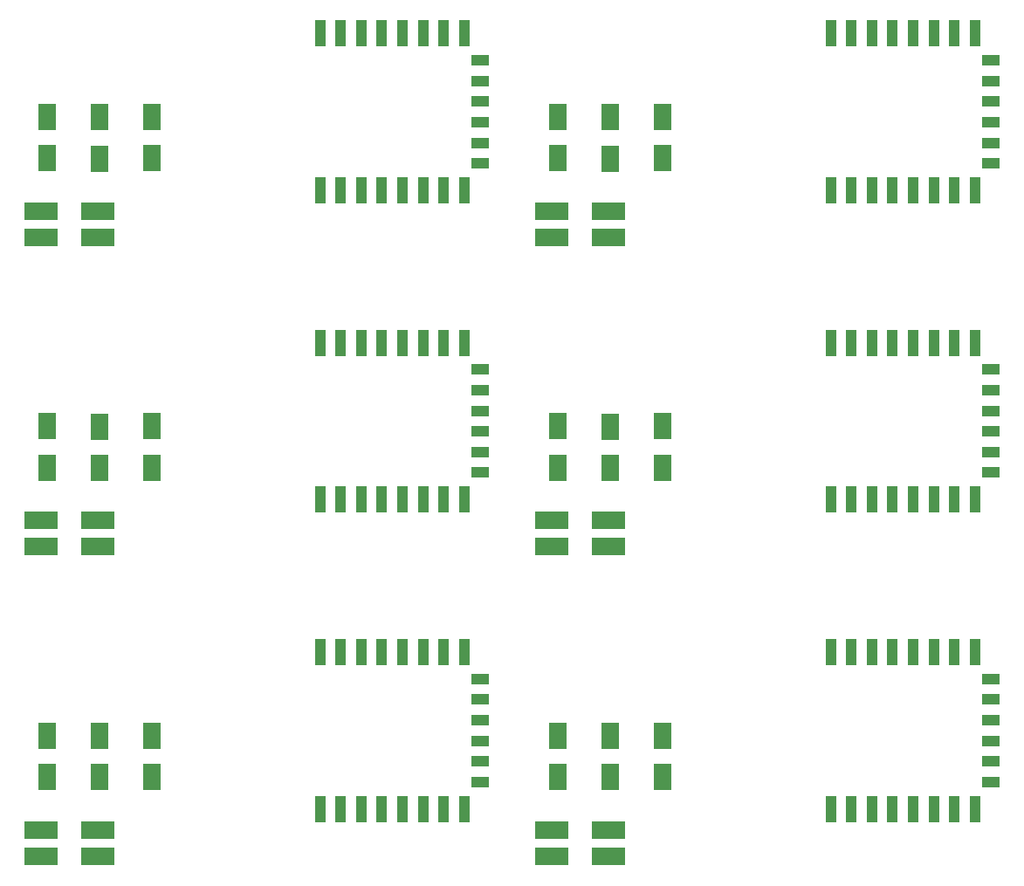
<source format=gbr>
%TF.GenerationSoftware,KiCad,Pcbnew,5.1.6-c6e7f7d~87~ubuntu18.04.1*%
%TF.CreationDate,2020-09-18T10:49:30+02:00*%
%TF.ProjectId,panel,70616e65-6c2e-46b6-9963-61645f706362,rev?*%
%TF.SameCoordinates,Original*%
%TF.FileFunction,Paste,Top*%
%TF.FilePolarity,Positive*%
%FSLAX46Y46*%
G04 Gerber Fmt 4.6, Leading zero omitted, Abs format (unit mm)*
G04 Created by KiCad (PCBNEW 5.1.6-c6e7f7d~87~ubuntu18.04.1) date 2020-09-18 10:49:30*
%MOMM*%
%LPD*%
G01*
G04 APERTURE LIST*
%ADD10R,3.300000X1.700000*%
%ADD11R,1.800000X2.500000*%
%ADD12R,1.000000X2.500000*%
%ADD13R,1.800000X1.000000*%
G04 APERTURE END LIST*
D10*
%TO.C,D3*%
X104825006Y-135400011D03*
X110325006Y-135400011D03*
%TD*%
%TO.C,D1*%
X110325006Y-132860011D03*
X104825006Y-132860011D03*
%TD*%
D11*
%TO.C,D5*%
X115532006Y-127716011D03*
X115532006Y-123716011D03*
%TD*%
%TO.C,D4*%
X110452006Y-127748011D03*
X110452006Y-123748011D03*
%TD*%
%TO.C,D2*%
X105372006Y-123716011D03*
X105372006Y-127716011D03*
%TD*%
D12*
%TO.C,U4*%
X131844006Y-130808011D03*
X133844006Y-130808011D03*
X135844006Y-130808011D03*
X137844006Y-130808011D03*
X139844006Y-130808011D03*
X141844006Y-130808011D03*
X143844006Y-130808011D03*
X145844006Y-130808011D03*
D13*
X147344006Y-128208011D03*
X147344006Y-126208011D03*
X147344006Y-124208011D03*
X147344006Y-122208011D03*
X147344006Y-120208011D03*
X147344006Y-118208011D03*
D12*
X145844006Y-115608011D03*
X143844006Y-115608011D03*
X141844006Y-115608011D03*
X139844006Y-115608011D03*
X137844006Y-115608011D03*
X135844006Y-115608011D03*
X133844006Y-115608011D03*
X131844006Y-115608011D03*
%TD*%
D10*
%TO.C,D3*%
X55295001Y-135400011D03*
X60795001Y-135400011D03*
%TD*%
%TO.C,D1*%
X60795001Y-132860011D03*
X55295001Y-132860011D03*
%TD*%
D11*
%TO.C,D5*%
X66002001Y-127716011D03*
X66002001Y-123716011D03*
%TD*%
%TO.C,D4*%
X60922001Y-127748011D03*
X60922001Y-123748011D03*
%TD*%
%TO.C,D2*%
X55842001Y-123716011D03*
X55842001Y-127716011D03*
%TD*%
D12*
%TO.C,U4*%
X82314001Y-130808011D03*
X84314001Y-130808011D03*
X86314001Y-130808011D03*
X88314001Y-130808011D03*
X90314001Y-130808011D03*
X92314001Y-130808011D03*
X94314001Y-130808011D03*
X96314001Y-130808011D03*
D13*
X97814001Y-128208011D03*
X97814001Y-126208011D03*
X97814001Y-124208011D03*
X97814001Y-122208011D03*
X97814001Y-120208011D03*
X97814001Y-118208011D03*
D12*
X96314001Y-115608011D03*
X94314001Y-115608011D03*
X92314001Y-115608011D03*
X90314001Y-115608011D03*
X88314001Y-115608011D03*
X86314001Y-115608011D03*
X84314001Y-115608011D03*
X82314001Y-115608011D03*
%TD*%
D10*
%TO.C,D3*%
X104825006Y-105400006D03*
X110325006Y-105400006D03*
%TD*%
%TO.C,D1*%
X110325006Y-102860006D03*
X104825006Y-102860006D03*
%TD*%
D11*
%TO.C,D5*%
X115532006Y-97716006D03*
X115532006Y-93716006D03*
%TD*%
%TO.C,D4*%
X110452006Y-97748006D03*
X110452006Y-93748006D03*
%TD*%
%TO.C,D2*%
X105372006Y-93716006D03*
X105372006Y-97716006D03*
%TD*%
D12*
%TO.C,U4*%
X131844006Y-100808006D03*
X133844006Y-100808006D03*
X135844006Y-100808006D03*
X137844006Y-100808006D03*
X139844006Y-100808006D03*
X141844006Y-100808006D03*
X143844006Y-100808006D03*
X145844006Y-100808006D03*
D13*
X147344006Y-98208006D03*
X147344006Y-96208006D03*
X147344006Y-94208006D03*
X147344006Y-92208006D03*
X147344006Y-90208006D03*
X147344006Y-88208006D03*
D12*
X145844006Y-85608006D03*
X143844006Y-85608006D03*
X141844006Y-85608006D03*
X139844006Y-85608006D03*
X137844006Y-85608006D03*
X135844006Y-85608006D03*
X133844006Y-85608006D03*
X131844006Y-85608006D03*
%TD*%
D10*
%TO.C,D3*%
X55295001Y-105400006D03*
X60795001Y-105400006D03*
%TD*%
%TO.C,D1*%
X60795001Y-102860006D03*
X55295001Y-102860006D03*
%TD*%
D11*
%TO.C,D5*%
X66002001Y-97716006D03*
X66002001Y-93716006D03*
%TD*%
%TO.C,D4*%
X60922001Y-97748006D03*
X60922001Y-93748006D03*
%TD*%
%TO.C,D2*%
X55842001Y-93716006D03*
X55842001Y-97716006D03*
%TD*%
D12*
%TO.C,U4*%
X82314001Y-100808006D03*
X84314001Y-100808006D03*
X86314001Y-100808006D03*
X88314001Y-100808006D03*
X90314001Y-100808006D03*
X92314001Y-100808006D03*
X94314001Y-100808006D03*
X96314001Y-100808006D03*
D13*
X97814001Y-98208006D03*
X97814001Y-96208006D03*
X97814001Y-94208006D03*
X97814001Y-92208006D03*
X97814001Y-90208006D03*
X97814001Y-88208006D03*
D12*
X96314001Y-85608006D03*
X94314001Y-85608006D03*
X92314001Y-85608006D03*
X90314001Y-85608006D03*
X88314001Y-85608006D03*
X86314001Y-85608006D03*
X84314001Y-85608006D03*
X82314001Y-85608006D03*
%TD*%
D10*
%TO.C,D3*%
X104825006Y-75400001D03*
X110325006Y-75400001D03*
%TD*%
%TO.C,D1*%
X110325006Y-72860001D03*
X104825006Y-72860001D03*
%TD*%
D11*
%TO.C,D5*%
X115532006Y-67716001D03*
X115532006Y-63716001D03*
%TD*%
%TO.C,D4*%
X110452006Y-67748001D03*
X110452006Y-63748001D03*
%TD*%
%TO.C,D2*%
X105372006Y-63716001D03*
X105372006Y-67716001D03*
%TD*%
D12*
%TO.C,U4*%
X131844006Y-70808001D03*
X133844006Y-70808001D03*
X135844006Y-70808001D03*
X137844006Y-70808001D03*
X139844006Y-70808001D03*
X141844006Y-70808001D03*
X143844006Y-70808001D03*
X145844006Y-70808001D03*
D13*
X147344006Y-68208001D03*
X147344006Y-66208001D03*
X147344006Y-64208001D03*
X147344006Y-62208001D03*
X147344006Y-60208001D03*
X147344006Y-58208001D03*
D12*
X145844006Y-55608001D03*
X143844006Y-55608001D03*
X141844006Y-55608001D03*
X139844006Y-55608001D03*
X137844006Y-55608001D03*
X135844006Y-55608001D03*
X133844006Y-55608001D03*
X131844006Y-55608001D03*
%TD*%
D10*
%TO.C,D3*%
X55295001Y-75400001D03*
X60795001Y-75400001D03*
%TD*%
%TO.C,D1*%
X60795001Y-72860001D03*
X55295001Y-72860001D03*
%TD*%
D11*
%TO.C,D5*%
X66002001Y-67716001D03*
X66002001Y-63716001D03*
%TD*%
%TO.C,D4*%
X60922001Y-67748001D03*
X60922001Y-63748001D03*
%TD*%
%TO.C,D2*%
X55842001Y-63716001D03*
X55842001Y-67716001D03*
%TD*%
D12*
%TO.C,U4*%
X82314001Y-70808001D03*
X84314001Y-70808001D03*
X86314001Y-70808001D03*
X88314001Y-70808001D03*
X90314001Y-70808001D03*
X92314001Y-70808001D03*
X94314001Y-70808001D03*
X96314001Y-70808001D03*
D13*
X97814001Y-68208001D03*
X97814001Y-66208001D03*
X97814001Y-64208001D03*
X97814001Y-62208001D03*
X97814001Y-60208001D03*
X97814001Y-58208001D03*
D12*
X96314001Y-55608001D03*
X94314001Y-55608001D03*
X92314001Y-55608001D03*
X90314001Y-55608001D03*
X88314001Y-55608001D03*
X86314001Y-55608001D03*
X84314001Y-55608001D03*
X82314001Y-55608001D03*
%TD*%
M02*

</source>
